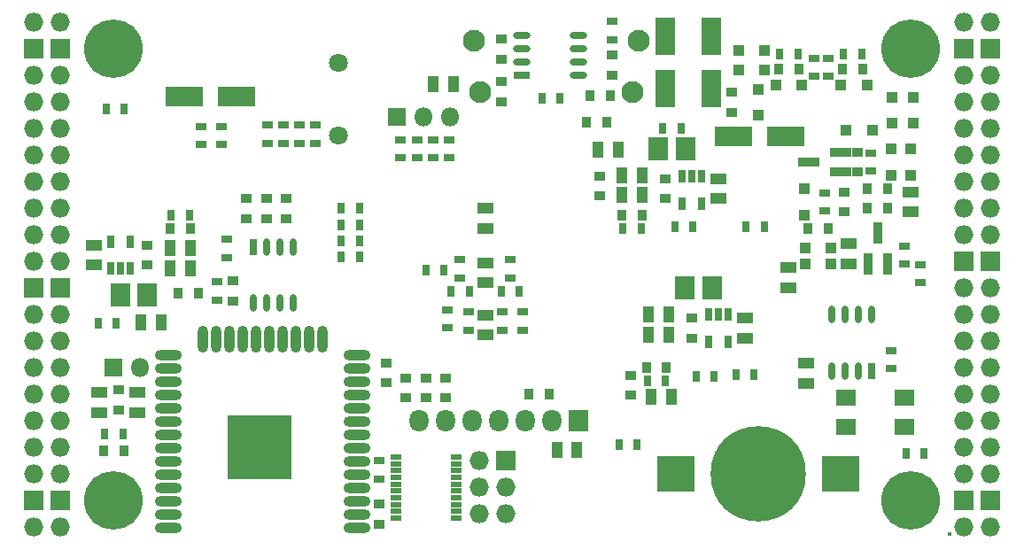
<source format=gbs>
G04 #@! TF.GenerationSoftware,KiCad,Pcbnew,5.0.0-rc2-dev-unknown+dfsg1+20180318-2*
G04 #@! TF.CreationDate,2018-05-15T23:44:12+02:00*
G04 #@! TF.ProjectId,ulx3s,756C7833732E6B696361645F70636200,rev?*
G04 #@! TF.SameCoordinates,Original*
G04 #@! TF.FileFunction,Soldermask,Bot*
G04 #@! TF.FilePolarity,Negative*
%FSLAX46Y46*%
G04 Gerber Fmt 4.6, Leading zero omitted, Abs format (unit mm)*
G04 Created by KiCad (PCBNEW 5.0.0-rc2-dev-unknown+dfsg1+20180318-2) date Tue May 15 23:44:12 2018*
%MOMM*%
%LPD*%
G01*
G04 APERTURE LIST*
%ADD10O,1.827200X1.827200*%
%ADD11R,1.827200X1.827200*%
%ADD12R,0.800000X1.300000*%
%ADD13C,5.600000*%
%ADD14R,1.100000X0.500000*%
%ADD15R,1.827200X2.132000*%
%ADD16O,1.827200X2.132000*%
%ADD17R,3.600000X3.400000*%
%ADD18C,9.100000*%
%ADD19C,1.800000*%
%ADD20R,0.700000X1.650000*%
%ADD21O,0.700000X1.650000*%
%ADD22R,1.650000X0.700000*%
%ADD23O,1.650000X0.700000*%
%ADD24O,2.600000X1.000000*%
%ADD25O,1.000000X2.600000*%
%ADD26R,6.100000X6.100000*%
%ADD27R,1.900000X1.500000*%
%ADD28R,1.070000X1.600000*%
%ADD29R,1.600000X1.070000*%
%ADD30R,0.770000X1.100000*%
%ADD31R,1.100000X0.770000*%
%ADD32C,2.100000*%
%ADD33R,1.925000X2.300000*%
%ADD34R,1.100000X1.100000*%
%ADD35R,0.900000X2.000000*%
%ADD36R,2.000000X0.900000*%
%ADD37R,3.600000X1.900000*%
%ADD38R,1.900000X3.600000*%
%ADD39C,0.400000*%
%ADD40R,0.945000X1.100000*%
%ADD41R,1.100000X0.945000*%
%ADD42R,1.800000X1.800000*%
%ADD43O,1.800000X1.800000*%
G04 APERTURE END LIST*
D10*
X97910000Y-62690000D03*
X95370000Y-62690000D03*
D11*
X97910000Y-65230000D03*
X95370000Y-65230000D03*
D10*
X97910000Y-67770000D03*
X95370000Y-67770000D03*
X97910000Y-70310000D03*
X95370000Y-70310000D03*
X97910000Y-72850000D03*
X95370000Y-72850000D03*
X97910000Y-75390000D03*
X95370000Y-75390000D03*
X97910000Y-77930000D03*
X95370000Y-77930000D03*
X97910000Y-80470000D03*
X95370000Y-80470000D03*
X97910000Y-83010000D03*
X95370000Y-83010000D03*
X97910000Y-85550000D03*
X95370000Y-85550000D03*
D11*
X97910000Y-88090000D03*
X95370000Y-88090000D03*
D10*
X97910000Y-90630000D03*
X95370000Y-90630000D03*
X97910000Y-93170000D03*
X95370000Y-93170000D03*
X97910000Y-95710000D03*
X95370000Y-95710000D03*
X97910000Y-98250000D03*
X95370000Y-98250000D03*
X97910000Y-100790000D03*
X95370000Y-100790000D03*
X97910000Y-103330000D03*
X95370000Y-103330000D03*
X97910000Y-105870000D03*
X95370000Y-105870000D03*
D11*
X97910000Y-108410000D03*
X95370000Y-108410000D03*
D10*
X97910000Y-110950000D03*
X95370000Y-110950000D03*
D12*
X159825000Y-90600000D03*
X160775000Y-90600000D03*
X161725000Y-90600000D03*
X161725000Y-93200000D03*
X159825000Y-93200000D03*
X104575000Y-86215000D03*
X103625000Y-86215000D03*
X102675000Y-86215000D03*
X102675000Y-83615000D03*
X104575000Y-83615000D03*
X157285000Y-77392000D03*
X158235000Y-77392000D03*
X159185000Y-77392000D03*
X159185000Y-79992000D03*
X157285000Y-79992000D03*
D10*
X184270000Y-110950000D03*
X186810000Y-110950000D03*
D11*
X184270000Y-108410000D03*
X186810000Y-108410000D03*
D10*
X184270000Y-105870000D03*
X186810000Y-105870000D03*
X184270000Y-103330000D03*
X186810000Y-103330000D03*
X184270000Y-100790000D03*
X186810000Y-100790000D03*
X184270000Y-98250000D03*
X186810000Y-98250000D03*
X184270000Y-95710000D03*
X186810000Y-95710000D03*
X184270000Y-93170000D03*
X186810000Y-93170000D03*
X184270000Y-90630000D03*
X186810000Y-90630000D03*
X184270000Y-88090000D03*
X186810000Y-88090000D03*
D11*
X184270000Y-85550000D03*
X186810000Y-85550000D03*
D10*
X184270000Y-83010000D03*
X186810000Y-83010000D03*
X184270000Y-80470000D03*
X186810000Y-80470000D03*
X184270000Y-77930000D03*
X186810000Y-77930000D03*
X184270000Y-75390000D03*
X186810000Y-75390000D03*
X184270000Y-72850000D03*
X186810000Y-72850000D03*
X184270000Y-70310000D03*
X186810000Y-70310000D03*
X184270000Y-67770000D03*
X186810000Y-67770000D03*
D11*
X184270000Y-65230000D03*
X186810000Y-65230000D03*
D10*
X184270000Y-62690000D03*
X186810000Y-62690000D03*
D13*
X102990000Y-108410000D03*
X179190000Y-108410000D03*
X179190000Y-65230000D03*
X102990000Y-65230000D03*
D14*
X135735000Y-104215000D03*
X135735000Y-104865000D03*
X135735000Y-105515000D03*
X135735000Y-106165000D03*
X135735000Y-106815000D03*
X135735000Y-107465000D03*
X135735000Y-108115000D03*
X135735000Y-108765000D03*
X135735000Y-109415000D03*
X135735000Y-110065000D03*
X129935000Y-110065000D03*
X129935000Y-109415000D03*
X129935000Y-108765000D03*
X129935000Y-108115000D03*
X129935000Y-107465000D03*
X129935000Y-106815000D03*
X129935000Y-106165000D03*
X129935000Y-105515000D03*
X129935000Y-104865000D03*
X129935000Y-104215000D03*
D11*
X140455000Y-104600000D03*
D10*
X137915000Y-104600000D03*
X140455000Y-107140000D03*
X137915000Y-107140000D03*
X140455000Y-109680000D03*
X137915000Y-109680000D03*
D15*
X147440000Y-100790000D03*
D16*
X144900000Y-100790000D03*
X142360000Y-100790000D03*
X139820000Y-100790000D03*
X137280000Y-100790000D03*
X134740000Y-100790000D03*
X132200000Y-100790000D03*
D17*
X172485000Y-105870000D03*
X156685000Y-105870000D03*
D18*
X164585000Y-105870000D03*
D19*
X124468000Y-66518000D03*
X124468000Y-73518000D03*
D20*
X175395000Y-96015000D03*
D21*
X174125000Y-96015000D03*
X172855000Y-96015000D03*
X171585000Y-96015000D03*
X171585000Y-90615000D03*
X172855000Y-90615000D03*
X174125000Y-90615000D03*
X175395000Y-90615000D03*
D22*
X141980000Y-67706500D03*
D23*
X141980000Y-66436500D03*
X141980000Y-65166500D03*
X141980000Y-63896500D03*
X147380000Y-63896500D03*
X147380000Y-65166500D03*
X147380000Y-66436500D03*
X147380000Y-67706500D03*
D20*
X116325000Y-84120000D03*
D21*
X117595000Y-84120000D03*
X118865000Y-84120000D03*
X120135000Y-84120000D03*
X120135000Y-89520000D03*
X118865000Y-89520000D03*
X117595000Y-89520000D03*
X116325000Y-89520000D03*
D24*
X126230000Y-111000000D03*
X126230000Y-109730000D03*
X126230000Y-108460000D03*
X126230000Y-107190000D03*
X126230000Y-105920000D03*
X126230000Y-104650000D03*
X126230000Y-103380000D03*
X126230000Y-102110000D03*
X126230000Y-100840000D03*
X126230000Y-99570000D03*
X126230000Y-98300000D03*
X126230000Y-97030000D03*
X126230000Y-95760000D03*
X126230000Y-94490000D03*
D25*
X122945000Y-93000000D03*
X121675000Y-93000000D03*
X120405000Y-93000000D03*
X119135000Y-93000000D03*
X117865000Y-93000000D03*
X116595000Y-93000000D03*
X115325000Y-93000000D03*
X114055000Y-93000000D03*
X112785000Y-93000000D03*
X111515000Y-93000000D03*
D24*
X108230000Y-94490000D03*
X108230000Y-95760000D03*
X108230000Y-97030000D03*
X108230000Y-98300000D03*
X108230000Y-99570000D03*
X108230000Y-100840000D03*
X108230000Y-102110000D03*
X108230000Y-103380000D03*
X108230000Y-104650000D03*
X108230000Y-105920000D03*
X108230000Y-107190000D03*
X108230000Y-108460000D03*
X108230000Y-109730000D03*
X108230000Y-111000000D03*
D26*
X116930000Y-103300000D03*
D27*
X178576000Y-98522000D03*
X172976000Y-98522000D03*
X172976000Y-101322000D03*
X178576000Y-101322000D03*
D28*
X133546000Y-68550000D03*
X135456000Y-68550000D03*
D29*
X101085000Y-83960000D03*
X101085000Y-85870000D03*
D30*
X153985000Y-96910000D03*
X155735000Y-96910000D03*
D28*
X156015000Y-90630000D03*
X154105000Y-90630000D03*
X154105000Y-92535000D03*
X156015000Y-92535000D03*
D29*
X163315000Y-90945000D03*
X163315000Y-92855000D03*
D30*
X151645000Y-82375000D03*
X153395000Y-82375000D03*
D28*
X153475000Y-79200000D03*
X151565000Y-79200000D03*
X153475000Y-77295000D03*
X151565000Y-77295000D03*
D29*
X160775000Y-79520000D03*
X160775000Y-77610000D03*
D30*
X108465000Y-81105000D03*
X110215000Y-81105000D03*
D28*
X108385000Y-84280000D03*
X110295000Y-84280000D03*
X110295000Y-86185000D03*
X108385000Y-86185000D03*
D29*
X173221000Y-83833000D03*
X173221000Y-85743000D03*
D31*
X175380000Y-76900000D03*
X175380000Y-75150000D03*
D29*
X105276000Y-99967000D03*
X105276000Y-98057000D03*
X167506000Y-88029000D03*
X167506000Y-86119000D03*
X138500000Y-90665000D03*
X138500000Y-92575000D03*
D31*
X150589600Y-64359000D03*
X150589600Y-62609000D03*
D29*
X138500000Y-82375000D03*
X138500000Y-80465000D03*
X138500000Y-87575000D03*
X138500000Y-85665000D03*
X101593000Y-99967000D03*
X101593000Y-98057000D03*
D28*
X154359000Y-98504000D03*
X156269000Y-98504000D03*
X105591000Y-91392000D03*
X107501000Y-91392000D03*
X151189000Y-74882000D03*
X149279000Y-74882000D03*
D31*
X140900000Y-87095000D03*
X140900000Y-85345000D03*
X136100000Y-87095000D03*
X136100000Y-85345000D03*
X136900000Y-92095000D03*
X136900000Y-90345000D03*
X140100000Y-90345000D03*
X140100000Y-92095000D03*
X142100000Y-92095000D03*
X142100000Y-90345000D03*
X134900000Y-90145000D03*
X134900000Y-91895000D03*
D30*
X135225000Y-88420000D03*
X136975000Y-88420000D03*
X140025000Y-88420000D03*
X141775000Y-88420000D03*
X163425000Y-82220000D03*
X165175000Y-82220000D03*
X158375000Y-82220000D03*
X156625000Y-82220000D03*
D31*
X177300000Y-94025000D03*
X177300000Y-95775000D03*
D28*
X145342000Y-103584000D03*
X147252000Y-103584000D03*
D30*
X103995000Y-70963000D03*
X102245000Y-70963000D03*
X103245000Y-91410000D03*
X101495000Y-91410000D03*
D31*
X180094000Y-87586000D03*
X180094000Y-85836000D03*
D30*
X180473000Y-103856000D03*
X178723000Y-103856000D03*
X158645000Y-96490000D03*
X160395000Y-96490000D03*
X132827200Y-86330000D03*
X134577200Y-86330000D03*
D29*
X169172000Y-95281000D03*
X169172000Y-97191000D03*
X179190000Y-80790000D03*
X179190000Y-78880000D03*
D32*
X152546000Y-69312000D03*
X138046000Y-69312000D03*
X153146000Y-64412000D03*
X137446000Y-64412000D03*
D33*
X157582500Y-88090000D03*
X160157500Y-88090000D03*
X103607500Y-88725000D03*
X106182500Y-88725000D03*
X157617500Y-74755000D03*
X155042500Y-74755000D03*
D34*
X169050000Y-84280000D03*
X171550000Y-84280000D03*
X169030000Y-78585000D03*
X169030000Y-81085000D03*
X171550000Y-85804000D03*
X169050000Y-85804000D03*
X179190000Y-74775000D03*
X179190000Y-77275000D03*
X177285000Y-77275000D03*
X177285000Y-74775000D03*
X172987000Y-72977000D03*
X175487000Y-72977000D03*
X164585000Y-69060000D03*
X164585000Y-71560000D03*
X168756000Y-68659000D03*
X166256000Y-68659000D03*
X174979000Y-68659000D03*
X172479000Y-68659000D03*
X165200000Y-67262000D03*
X162700000Y-67262000D03*
X162700000Y-65357000D03*
X165200000Y-65357000D03*
X177412000Y-72322000D03*
X177412000Y-69822000D03*
X179444000Y-69822000D03*
X179444000Y-72322000D03*
D35*
X176015000Y-82780000D03*
X175065000Y-85780000D03*
X176965000Y-85780000D03*
D36*
X172435000Y-75075000D03*
X172435000Y-76975000D03*
X169435000Y-76025000D03*
D37*
X114761000Y-69802000D03*
X109761000Y-69802000D03*
X167212000Y-73612000D03*
X162212000Y-73612000D03*
D38*
X155695000Y-69000000D03*
X155695000Y-64000000D03*
X160140000Y-69000000D03*
X160140000Y-64000000D03*
D39*
X182888000Y-111603000D03*
D40*
X169337500Y-82375000D03*
X171262500Y-82375000D03*
D41*
X172840000Y-78872500D03*
X172840000Y-80797500D03*
X162045000Y-69347500D03*
X162045000Y-71272500D03*
D40*
X176977500Y-80470000D03*
X175052500Y-80470000D03*
D41*
X174110000Y-75062500D03*
X174110000Y-76987500D03*
X128390000Y-108717500D03*
X128390000Y-110642500D03*
X119500000Y-81432500D03*
X119500000Y-79507500D03*
X114420000Y-89306500D03*
X114420000Y-87381500D03*
D40*
X176977500Y-78565000D03*
X175052500Y-78565000D03*
D41*
X140025500Y-64267500D03*
X140025500Y-66192500D03*
X140025500Y-68349500D03*
X140025500Y-70274500D03*
X150615000Y-65809500D03*
X150615000Y-67734500D03*
D40*
X150137500Y-72215000D03*
X148212500Y-72215000D03*
X148524500Y-69693000D03*
X150449500Y-69693000D03*
D41*
X129025000Y-95212500D03*
X129025000Y-97137500D03*
X117595000Y-79507500D03*
X117595000Y-81432500D03*
X115690000Y-81432500D03*
X115690000Y-79507500D03*
D40*
X142667500Y-98250000D03*
X144592500Y-98250000D03*
D41*
X132835000Y-98577500D03*
X132835000Y-96652500D03*
X130930000Y-96652500D03*
X130930000Y-98577500D03*
D40*
X103952500Y-103600000D03*
X102027500Y-103600000D03*
D41*
X103498000Y-99720500D03*
X103498000Y-97795500D03*
D31*
X113277000Y-74360000D03*
X113277000Y-72610000D03*
X111372000Y-72610000D03*
X111372000Y-74360000D03*
D30*
X155455000Y-72850000D03*
X157205000Y-72850000D03*
D31*
X171316000Y-66090000D03*
X171316000Y-67840000D03*
X169919000Y-67840000D03*
X169919000Y-66090000D03*
D30*
X174477000Y-65738000D03*
X172727000Y-65738000D03*
D31*
X128390000Y-106321000D03*
X128390000Y-104571000D03*
X117722000Y-72483000D03*
X117722000Y-74233000D03*
X119246000Y-74233000D03*
X119246000Y-72483000D03*
X120770000Y-72483000D03*
X120770000Y-74233000D03*
X122294000Y-74233000D03*
X122294000Y-72483000D03*
D30*
X145655000Y-69900000D03*
X143905000Y-69900000D03*
D40*
X166543500Y-67135000D03*
X168468500Y-67135000D03*
X172637500Y-67120000D03*
X174562500Y-67120000D03*
X153897500Y-95640000D03*
X155822500Y-95640000D03*
X110302500Y-82375000D03*
X108377500Y-82375000D03*
X151557500Y-81105000D03*
X153482500Y-81105000D03*
D41*
X158235000Y-90937500D03*
X158235000Y-92862500D03*
X106165000Y-83952500D03*
X106165000Y-85877500D03*
X155695000Y-77602500D03*
X155695000Y-79527500D03*
X152393000Y-96398500D03*
X152393000Y-98323500D03*
D40*
X111064500Y-88598000D03*
X109139500Y-88598000D03*
D41*
X149472000Y-77348500D03*
X149472000Y-79273500D03*
D42*
X102990000Y-95710000D03*
D43*
X105530000Y-95710000D03*
D42*
X130056000Y-71725000D03*
D43*
X132596000Y-71725000D03*
X135136000Y-71725000D03*
D30*
X166631000Y-65738000D03*
X168381000Y-65738000D03*
X124721000Y-85060000D03*
X126471000Y-85060000D03*
X126471000Y-83536000D03*
X124721000Y-83536000D03*
X126471000Y-82012000D03*
X124721000Y-82012000D03*
X124721000Y-80470000D03*
X126471000Y-80470000D03*
D31*
X130422000Y-73898000D03*
X130422000Y-75648000D03*
X131961000Y-75648000D03*
X131961000Y-73898000D03*
X133485000Y-73898000D03*
X133485000Y-75648000D03*
X135009000Y-75648000D03*
X135009000Y-73898000D03*
X113785000Y-83405000D03*
X113785000Y-85155000D03*
D30*
X151264000Y-103076000D03*
X153014000Y-103076000D03*
X164190000Y-96345000D03*
X162440000Y-96345000D03*
D31*
X178555000Y-85790000D03*
X178555000Y-84040000D03*
X112896000Y-89219000D03*
X112896000Y-87469000D03*
D41*
X134740000Y-96652500D03*
X134740000Y-98577500D03*
D31*
X170935000Y-80710000D03*
X170935000Y-78960000D03*
D30*
X103865000Y-102060000D03*
X102115000Y-102060000D03*
M02*

</source>
